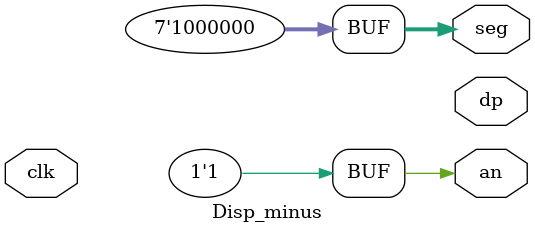
<source format=v>
`timescale 1ns / 1ps
module seg7decimal(input [15:0] twonum,
                   input clk,
                   output reg [6:0] seg,
                   output reg [3:0] an,
                   output wire dp);
    
    wire [3:0] s; // select digit
    reg [3:0] digit;
    wire [3:0] aen;
    reg [19:0] clkdiv;
    reg [15:0] num;
    
    assign dp  = 1; // turn off decimal point
    assign s   = clkdiv[19:16];
    assign aen = 4'b1111; // all turned off initially
    
    // quad 4to1 MUX.

    always @(posedge clk) begin// or posedge clr)
        if (twonum[7:0] >= 4'd10) begin // 十进�???
            num[3:0] = twonum[7:0] % 4'd10;
            num[7:4] = twonum[7:0] / 4'd10;
            end
        else
            num = twonum[7:0];

        if (twonum[15:8] >= 4'd10) begin // 十进�???
            num[11:8] = twonum[15:8] % 4'd10;
            num[15:12] = twonum[15:8] / 4'd10;
            end
        else
            num = twonum[15:8];
            
        case(s)
            0:digit = num[3:0]; // s is 00 -->0 ;  digit gets assigned 4 bit value assigned to eightnum[3:0]
            1:digit = num[7:4]; // s is 01 -->1 ;  digit gets assigned 4 bit value assigned to eightnum[7:4]
            2:digit = num[11:8]; // s is 00 -->0 ;  digit gets assigned 4 bit value assigned to eightnum[3:0]
            3:digit = num[15:12]; // s is 01 -->1 ;  digit gets assigned 4 bit value assigned to eightnum[7:4]       
            default:digit = num[3:0];
        endcase
    end
    
    //decoder or truth-table for 7seg display values
    always @(*)
    
        case(digit)
            
            // 0 is lit // 1 is unlit //
            //////////<---MSB-LSB<---
            //////////////gfedcba////////////////////////////////////////////           	a
            0:seg   = 7'b1000000;////0000												   __
            1:seg   = 7'b1111001;////0001												f/	  /b
            2:seg   = 7'b0100100;////0010												  g
            3:seg   = 7'b0110000;////0011                                              	 __
            4:seg   = 7'b0011001;////0100										 	 e /   /c
            5:seg   = 7'b0010010;////0101										       __
            6:seg   = 7'b0000010;////0110                                              d
            7:seg   = 7'b1111000;////0111
            8:seg   = 7'b0000000;////1000
            9:seg   = 7'b0010000;////1001
            'hA:seg = 7'b0001000;
            'hB:seg = 7'b0000011;
            'hC:seg = 7'b1000110;
            'hD:seg = 7'b0100001;
            'hE:seg = 7'b0000110;
            'hF:seg = 7'b0001110;
            
            default: seg = 7'b0000000; // U
            
        endcase
    
    always @(*) begin
        an = 4'b1111;
        if (aen[s] == 1)
            an[s] = 0;
    end
        
	//clkdiv
        
	always @(posedge clk) begin
		clkdiv <= clkdiv+1;
	end
           
endmodule

module Disp_minus (input clk,
                   output wire [6:0] seg,
                   output wire an,
                   output wire dp);
    assign seg = 7'b1000000;
    assign an = 1;
endmodule // Disp_minus 还未�???验过
</source>
